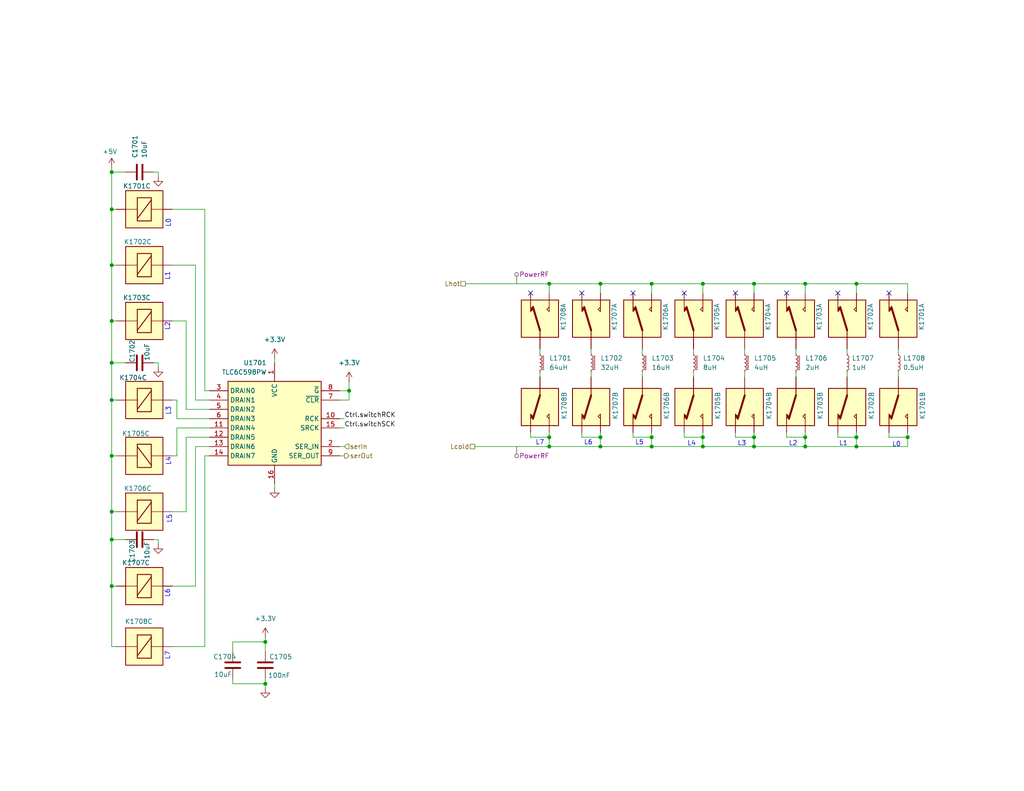
<source format=kicad_sch>
(kicad_sch (version 20250114) (generator "eeschema") (generator_version "9.0")
  (paper "USLetter")
  (title_block (company "WB7NAB") (comment 1 "Alan Mimms"))
  (lib_symbols
    (symbol "Device:C" (pin_numbers (hide yes)) (pin_names (offset 0.254))
      (property "Reference" "C" (at 0.635 2.54 0))
      (property "Value" "C" (at 0.635 -2.54 0))
      (symbol "C_1_1"
        (pin passive line (at 0 3.81 270) (length 2.794) (name "~") (number "1"))
        (pin passive line (at 0 -3.81 90) (length 2.794) (name "~") (number "2"))
      )
    )
    (symbol "Device:L_Ferrite_Small" (pin_numbers (hide yes)) (pin_names (offset 0.254) (hide yes))
      (property "Reference" "L" (at 1.27 1.016 0))
      (property "Value" "L_Ferrite_Small" (at 1.27 -1.27 0))
      (symbol "L_Ferrite_Small_1_1"
        (pin passive line (at 0 2.54 270) (length 0.508) (name "~") (number "1"))
        (pin passive line (at 0 -2.54 90) (length 0.508) (name "~") (number "2"))
      )
    )
    (symbol "Device:L_Small" (pin_numbers (hide yes)) (pin_names (offset 0.254) (hide yes))
      (property "Reference" "L" (at 0.762 1.016 0))
      (property "Value" "L_Small" (at 0.762 -1.016 0))
      (symbol "L_Small_1_1"
        (pin passive line (at 0 2.54 270) (length 0.508) (name "~") (number "1"))
        (pin passive line (at 0 -2.54 90) (length 0.508) (name "~") (number "2"))
      )
    )
    (symbol "Library:TLC6C598PW"
      (property "Reference" "U" (at 1.016 -11.43 0))
      (symbol "TLC6C598PW_1_1"
        (pin passive line (at -17.78 10.16 0) (length 5.08) (name "~{G}") (number "8"))
        (pin passive line (at -17.78 7.62 0) (length 5.08) (name "~{CLR}") (number "7"))
        (pin passive line (at -17.78 2.54 0) (length 5.08) (name "RCK") (number "10"))
        (pin passive line (at -17.78 0 0) (length 5.08) (name "SRCK") (number "15"))
        (pin passive line (at -17.78 -5.08 0) (length 5.08) (name "SER_IN") (number "2"))
        (pin passive line (at -17.78 -7.62 0) (length 5.08) (name "SER_OUT") (number "9"))
        (pin passive line (at 0 17.78 270) (length 5.08) (name "VCC") (number "1"))
        (pin passive line (at 0 -15.24 90) (length 5.08) (name "GND") (number "16"))
        (pin passive line (at 17.78 10.16 180) (length 5.08) (name "DRAIN0") (number "3"))
        (pin passive line (at 17.78 7.62 180) (length 5.08) (name "DRAIN1") (number "4"))
        (pin passive line (at 17.78 5.08 180) (length 5.08) (name "DRAIN2") (number "5"))
        (pin passive line (at 17.78 2.54 180) (length 5.08) (name "DRAIN3") (number "6"))
        (pin passive line (at 17.78 0 180) (length 5.08) (name "DRAIN4") (number "11"))
        (pin passive line (at 17.78 -2.54 180) (length 5.08) (name "DRAIN5") (number "12"))
        (pin passive line (at 17.78 -5.08 180) (length 5.08) (name "DRAIN6") (number "13"))
        (pin passive line (at 17.78 -7.62 180) (length 5.08) (name "DRAIN7") (number "14"))
      )
    )
    (symbol "TQ2-5V_1" (pin_numbers (hide yes)) (pin_names (hide yes))
      (property "Reference" "K" (at 6.35 2.794 0))
      (property "Value" "TQ2-5V" (at 9.398 0.762 0))
      (symbol "TQ2-5V_1_1_1"
        (pin passive line (at -2.54 7.62 270) (length 2.54) (name "NC1") (number "5"))
        (pin passive line (at -2.54 7.62 270) (length 2.54) (name "~") (number "6"))
        (pin passive line (at 0 -7.62 90) (length 2.54) (name "~") (number "16"))
        (pin passive line (at 0 -7.62 90) (length 2.54) (name "T1") (number "3"))
        (pin passive line (at 0 -7.62 90) (length 2.54) (name "~") (number "4"))
        (pin passive line (at 2.54 7.62 270) (length 2.54) (name "NO1") (number "4"))
        (pin passive line (at 2.54 7.62 270) (length 2.54) (name "~") (number "9"))
      )
      (symbol "TQ2-5V_1_2_1"
        (pin passive line (at -2.54 7.62 270) (length 2.54) (name "~") (number "6"))
        (pin passive line (at -2.54 7.62 270) (length 2.54) (name "NC2") (number "8"))
        (pin passive line (at 0 -7.62 90) (length 2.54) (name "~") (number "16"))
        (pin passive line (at 0 -7.62 90) (length 2.54) (name "~") (number "4"))
        (pin passive line (at 0 -7.62 90) (length 2.54) (name "T2") (number "6"))
        (pin passive line (at 2.54 7.62 270) (length 2.54) (name "NO2") (number "9"))
        (pin passive line (at 2.54 7.62 270) (length 2.54) (name "~") (number "9"))
      )
      (symbol "TQ2-5V_1_3_1"
        (pin passive line (at 0 7.62 270) (length 2.54) (name "C1") (number "9"))
        (pin passive line (at 0 -7.62 90) (length 2.54) (name "C2") (number "10"))
      )
    )
    (symbol "TQ2-5V_10" (pin_numbers (hide yes)) (pin_names (hide yes))
      (property "Reference" "K" (at 6.35 2.794 0))
      (property "Value" "TQ2-5V" (at 9.398 0.762 0))
      (symbol "TQ2-5V_10_1_1"
        (pin passive line (at -2.54 7.62 270) (length 2.54) (name "NC1") (number "5"))
        (pin passive line (at -2.54 7.62 270) (length 2.54) (name "~") (number "6"))
        (pin passive line (at 0 -7.62 90) (length 2.54) (name "~") (number "16"))
        (pin passive line (at 0 -7.62 90) (length 2.54) (name "T1") (number "3"))
        (pin passive line (at 0 -7.62 90) (length 2.54) (name "~") (number "4"))
        (pin passive line (at 2.54 7.62 270) (length 2.54) (name "NO1") (number "4"))
        (pin passive line (at 2.54 7.62 270) (length 2.54) (name "~") (number "9"))
      )
      (symbol "TQ2-5V_10_2_1"
        (pin passive line (at -2.54 7.62 270) (length 2.54) (name "~") (number "6"))
        (pin passive line (at -2.54 7.62 270) (length 2.54) (name "NC2") (number "8"))
        (pin passive line (at 0 -7.62 90) (length 2.54) (name "~") (number "16"))
        (pin passive line (at 0 -7.62 90) (length 2.54) (name "~") (number "4"))
        (pin passive line (at 0 -7.62 90) (length 2.54) (name "T2") (number "6"))
        (pin passive line (at 2.54 7.62 270) (length 2.54) (name "NO2") (number "9"))
        (pin passive line (at 2.54 7.62 270) (length 2.54) (name "~") (number "9"))
      )
      (symbol "TQ2-5V_10_3_1"
        (pin passive line (at 0 7.62 270) (length 2.54) (name "C1") (number "9"))
        (pin passive line (at 0 -7.62 90) (length 2.54) (name "C2") (number "10"))
      )
    )
    (symbol "TQ2-5V_11" (pin_numbers (hide yes)) (pin_names (hide yes))
      (property "Reference" "K" (at 6.35 2.794 0))
      (property "Value" "TQ2-5V" (at 9.398 0.762 0))
      (symbol "TQ2-5V_11_1_1"
        (pin passive line (at -2.54 7.62 270) (length 2.54) (name "NC1") (number "5"))
        (pin passive line (at -2.54 7.62 270) (length 2.54) (name "~") (number "6"))
        (pin passive line (at 0 -7.62 90) (length 2.54) (name "~") (number "16"))
        (pin passive line (at 0 -7.62 90) (length 2.54) (name "T1") (number "3"))
        (pin passive line (at 0 -7.62 90) (length 2.54) (name "~") (number "4"))
        (pin passive line (at 2.54 7.62 270) (length 2.54) (name "NO1") (number "4"))
        (pin passive line (at 2.54 7.62 270) (length 2.54) (name "~") (number "9"))
      )
      (symbol "TQ2-5V_11_2_1"
        (pin passive line (at -2.54 7.62 270) (length 2.54) (name "~") (number "6"))
        (pin passive line (at -2.54 7.62 270) (length 2.54) (name "NC2") (number "8"))
        (pin passive line (at 0 -7.62 90) (length 2.54) (name "~") (number "16"))
        (pin passive line (at 0 -7.62 90) (length 2.54) (name "~") (number "4"))
        (pin passive line (at 0 -7.62 90) (length 2.54) (name "T2") (number "6"))
        (pin passive line (at 2.54 7.62 270) (length 2.54) (name "NO2") (number "9"))
        (pin passive line (at 2.54 7.62 270) (length 2.54) (name "~") (number "9"))
      )
      (symbol "TQ2-5V_11_3_1"
        (pin passive line (at 0 7.62 270) (length 2.54) (name "C1") (number "9"))
        (pin passive line (at 0 -7.62 90) (length 2.54) (name "C2") (number "10"))
      )
    )
    (symbol "TQ2-5V_12" (pin_numbers (hide yes)) (pin_names (hide yes))
      (property "Reference" "K" (at 6.35 2.794 0))
      (property "Value" "TQ2-5V" (at 9.398 0.762 0))
      (symbol "TQ2-5V_12_1_1"
        (pin passive line (at -2.54 7.62 270) (length 2.54) (name "NC1") (number "5"))
        (pin passive line (at -2.54 7.62 270) (length 2.54) (name "~") (number "6"))
        (pin passive line (at 0 -7.62 90) (length 2.54) (name "~") (number "16"))
        (pin passive line (at 0 -7.62 90) (length 2.54) (name "T1") (number "3"))
        (pin passive line (at 0 -7.62 90) (length 2.54) (name "~") (number "4"))
        (pin passive line (at 2.54 7.62 270) (length 2.54) (name "NO1") (number "4"))
        (pin passive line (at 2.54 7.62 270) (length 2.54) (name "~") (number "9"))
      )
      (symbol "TQ2-5V_12_2_1"
        (pin passive line (at -2.54 7.62 270) (length 2.54) (name "~") (number "6"))
        (pin passive line (at -2.54 7.62 270) (length 2.54) (name "NC2") (number "8"))
        (pin passive line (at 0 -7.62 90) (length 2.54) (name "~") (number "16"))
        (pin passive line (at 0 -7.62 90) (length 2.54) (name "~") (number "4"))
        (pin passive line (at 0 -7.62 90) (length 2.54) (name "T2") (number "6"))
        (pin passive line (at 2.54 7.62 270) (length 2.54) (name "NO2") (number "9"))
        (pin passive line (at 2.54 7.62 270) (length 2.54) (name "~") (number "9"))
      )
      (symbol "TQ2-5V_12_3_1"
        (pin passive line (at 0 7.62 270) (length 2.54) (name "C1") (number "9"))
        (pin passive line (at 0 -7.62 90) (length 2.54) (name "C2") (number "10"))
      )
    )
    (symbol "TQ2-5V_13" (pin_numbers (hide yes)) (pin_names (hide yes))
      (property "Reference" "K" (at 6.35 2.794 0))
      (property "Value" "TQ2-5V" (at 9.398 0.762 0))
      (symbol "TQ2-5V_13_1_1"
        (pin passive line (at -2.54 7.62 270) (length 2.54) (name "NC1") (number "5"))
        (pin passive line (at -2.54 7.62 270) (length 2.54) (name "~") (number "6"))
        (pin passive line (at 0 -7.62 90) (length 2.54) (name "~") (number "16"))
        (pin passive line (at 0 -7.62 90) (length 2.54) (name "T1") (number "3"))
        (pin passive line (at 0 -7.62 90) (length 2.54) (name "~") (number "4"))
        (pin passive line (at 2.54 7.62 270) (length 2.54) (name "NO1") (number "4"))
        (pin passive line (at 2.54 7.62 270) (length 2.54) (name "~") (number "9"))
      )
      (symbol "TQ2-5V_13_2_1"
        (pin passive line (at -2.54 7.62 270) (length 2.54) (name "~") (number "6"))
        (pin passive line (at -2.54 7.62 270) (length 2.54) (name "NC2") (number "8"))
        (pin passive line (at 0 -7.62 90) (length 2.54) (name "~") (number "16"))
        (pin passive line (at 0 -7.62 90) (length 2.54) (name "~") (number "4"))
        (pin passive line (at 0 -7.62 90) (length 2.54) (name "T2") (number "6"))
        (pin passive line (at 2.54 7.62 270) (length 2.54) (name "NO2") (number "9"))
        (pin passive line (at 2.54 7.62 270) (length 2.54) (name "~") (number "9"))
      )
      (symbol "TQ2-5V_13_3_1"
        (pin passive line (at 0 7.62 270) (length 2.54) (name "C1") (number "9"))
        (pin passive line (at 0 -7.62 90) (length 2.54) (name "C2") (number "10"))
      )
    )
    (symbol "TQ2-5V_14" (pin_numbers (hide yes)) (pin_names (hide yes))
      (property "Reference" "K" (at 6.35 2.794 0))
      (property "Value" "TQ2-5V" (at 9.398 0.762 0))
      (symbol "TQ2-5V_14_1_1"
        (pin passive line (at -2.54 7.62 270) (length 2.54) (name "NC1") (number "5"))
        (pin passive line (at -2.54 7.62 270) (length 2.54) (name "~") (number "6"))
        (pin passive line (at 0 -7.62 90) (length 2.54) (name "~") (number "16"))
        (pin passive line (at 0 -7.62 90) (length 2.54) (name "T1") (number "3"))
        (pin passive line (at 0 -7.62 90) (length 2.54) (name "~") (number "4"))
        (pin passive line (at 2.54 7.62 270) (length 2.54) (name "NO1") (number "4"))
        (pin passive line (at 2.54 7.62 270) (length 2.54) (name "~") (number "9"))
      )
      (symbol "TQ2-5V_14_2_1"
        (pin passive line (at -2.54 7.62 270) (length 2.54) (name "~") (number "6"))
        (pin passive line (at -2.54 7.62 270) (length 2.54) (name "NC2") (number "8"))
        (pin passive line (at 0 -7.62 90) (length 2.54) (name "~") (number "16"))
        (pin passive line (at 0 -7.62 90) (length 2.54) (name "~") (number "4"))
        (pin passive line (at 0 -7.62 90) (length 2.54) (name "T2") (number "6"))
        (pin passive line (at 2.54 7.62 270) (length 2.54) (name "NO2") (number "9"))
        (pin passive line (at 2.54 7.62 270) (length 2.54) (name "~") (number "9"))
      )
      (symbol "TQ2-5V_14_3_1"
        (pin passive line (at 0 7.62 270) (length 2.54) (name "C1") (number "9"))
        (pin passive line (at 0 -7.62 90) (length 2.54) (name "C2") (number "10"))
      )
    )
    (symbol "TQ2-5V_15" (pin_numbers (hide yes)) (pin_names (hide yes))
      (property "Reference" "K" (at 6.35 2.794 0))
      (property "Value" "TQ2-5V" (at 9.398 0.762 0))
      (symbol "TQ2-5V_15_1_1"
        (pin passive line (at -2.54 7.62 270) (length 2.54) (name "NC1") (number "5"))
        (pin passive line (at -2.54 7.62 270) (length 2.54) (name "~") (number "6"))
        (pin passive line (at 0 -7.62 90) (length 2.54) (name "~") (number "16"))
        (pin passive line (at 0 -7.62 90) (length 2.54) (name "T1") (number "3"))
        (pin passive line (at 0 -7.62 90) (length 2.54) (name "~") (number "4"))
        (pin passive line (at 2.54 7.62 270) (length 2.54) (name "NO1") (number "4"))
        (pin passive line (at 2.54 7.62 270) (length 2.54) (name "~") (number "9"))
      )
      (symbol "TQ2-5V_15_2_1"
        (pin passive line (at -2.54 7.62 270) (length 2.54) (name "~") (number "6"))
        (pin passive line (at -2.54 7.62 270) (length 2.54) (name "NC2") (number "8"))
        (pin passive line (at 0 -7.62 90) (length 2.54) (name "~") (number "16"))
        (pin passive line (at 0 -7.62 90) (length 2.54) (name "~") (number "4"))
        (pin passive line (at 0 -7.62 90) (length 2.54) (name "T2") (number "6"))
        (pin passive line (at 2.54 7.62 270) (length 2.54) (name "NO2") (number "9"))
        (pin passive line (at 2.54 7.62 270) (length 2.54) (name "~") (number "9"))
      )
      (symbol "TQ2-5V_15_3_1"
        (pin passive line (at 0 7.62 270) (length 2.54) (name "C1") (number "9"))
        (pin passive line (at 0 -7.62 90) (length 2.54) (name "C2") (number "10"))
      )
    )
    (symbol "TQ2-5V_16" (pin_numbers (hide yes)) (pin_names (hide yes))
      (property "Reference" "K" (at 6.35 2.794 0))
      (property "Value" "TQ2-5V" (at 9.398 0.762 0))
      (symbol "TQ2-5V_16_1_1"
        (pin passive line (at -2.54 7.62 270) (length 2.54) (name "NC1") (number "5"))
        (pin passive line (at -2.54 7.62 270) (length 2.54) (name "~") (number "6"))
        (pin passive line (at 0 -7.62 90) (length 2.54) (name "~") (number "16"))
        (pin passive line (at 0 -7.62 90) (length 2.54) (name "T1") (number "3"))
        (pin passive line (at 0 -7.62 90) (length 2.54) (name "~") (number "4"))
        (pin passive line (at 2.54 7.62 270) (length 2.54) (name "NO1") (number "4"))
        (pin passive line (at 2.54 7.62 270) (length 2.54) (name "~") (number "9"))
      )
      (symbol "TQ2-5V_16_2_1"
        (pin passive line (at -2.54 7.62 270) (length 2.54) (name "~") (number "6"))
        (pin passive line (at -2.54 7.62 270) (length 2.54) (name "NC2") (number "8"))
        (pin passive line (at 0 -7.62 90) (length 2.54) (name "~") (number "16"))
        (pin passive line (at 0 -7.62 90) (length 2.54) (name "~") (number "4"))
        (pin passive line (at 0 -7.62 90) (length 2.54) (name "T2") (number "6"))
        (pin passive line (at 2.54 7.62 270) (length 2.54) (name "NO2") (number "9"))
        (pin passive line (at 2.54 7.62 270) (length 2.54) (name "~") (number "9"))
      )
      (symbol "TQ2-5V_16_3_1"
        (pin passive line (at 0 7.62 270) (length 2.54) (name "C1") (number "9"))
        (pin passive line (at 0 -7.62 90) (length 2.54) (name "C2") (number "10"))
      )
    )
    (symbol "TQ2-5V_2" (pin_numbers (hide yes)) (pin_names (hide yes))
      (property "Reference" "K" (at 6.35 2.794 0))
      (property "Value" "TQ2-5V" (at 9.398 0.762 0))
      (symbol "TQ2-5V_2_1_1"
        (pin passive line (at -2.54 7.62 270) (length 2.54) (name "NC1") (number "5"))
        (pin passive line (at -2.54 7.62 270) (length 2.54) (name "~") (number "6"))
        (pin passive line (at 0 -7.62 90) (length 2.54) (name "~") (number "16"))
        (pin passive line (at 0 -7.62 90) (length 2.54) (name "T1") (number "3"))
        (pin passive line (at 0 -7.62 90) (length 2.54) (name "~") (number "4"))
        (pin passive line (at 2.54 7.62 270) (length 2.54) (name "NO1") (number "4"))
        (pin passive line (at 2.54 7.62 270) (length 2.54) (name "~") (number "9"))
      )
      (symbol "TQ2-5V_2_2_1"
        (pin passive line (at -2.54 7.62 270) (length 2.54) (name "~") (number "6"))
        (pin passive line (at -2.54 7.62 270) (length 2.54) (name "NC2") (number "8"))
        (pin passive line (at 0 -7.62 90) (length 2.54) (name "~") (number "16"))
        (pin passive line (at 0 -7.62 90) (length 2.54) (name "~") (number "4"))
        (pin passive line (at 0 -7.62 90) (length 2.54) (name "T2") (number "6"))
        (pin passive line (at 2.54 7.62 270) (length 2.54) (name "NO2") (number "9"))
        (pin passive line (at 2.54 7.62 270) (length 2.54) (name "~") (number "9"))
      )
      (symbol "TQ2-5V_2_3_1"
        (pin passive line (at 0 7.62 270) (length 2.54) (name "C1") (number "9"))
        (pin passive line (at 0 -7.62 90) (length 2.54) (name "C2") (number "10"))
      )
    )
    (symbol "TQ2-5V_20" (pin_numbers (hide yes)) (pin_names (hide yes))
      (property "Reference" "K" (at 6.35 2.794 0))
      (property "Value" "TQ2-5V" (at 9.398 0.762 0))
      (symbol "TQ2-5V_20_1_1"
        (pin passive line (at -2.54 7.62 270) (length 2.54) (name "NC1") (number "5"))
        (pin passive line (at -2.54 7.62 270) (length 2.54) (name "~") (number "6"))
        (pin passive line (at 0 -7.62 90) (length 2.54) (name "~") (number "16"))
        (pin passive line (at 0 -7.62 90) (length 2.54) (name "T1") (number "3"))
        (pin passive line (at 0 -7.62 90) (length 2.54) (name "~") (number "4"))
        (pin passive line (at 2.54 7.62 270) (length 2.54) (name "NO1") (number "4"))
        (pin passive line (at 2.54 7.62 270) (length 2.54) (name "~") (number "9"))
      )
      (symbol "TQ2-5V_20_2_1"
        (pin passive line (at -2.54 7.62 270) (length 2.54) (name "~") (number "6"))
        (pin passive line (at -2.54 7.62 270) (length 2.54) (name "NC2") (number "8"))
        (pin passive line (at 0 -7.62 90) (length 2.54) (name "~") (number "16"))
        (pin passive line (at 0 -7.62 90) (length 2.54) (name "~") (number "4"))
        (pin passive line (at 0 -7.62 90) (length 2.54) (name "T2") (number "6"))
        (pin passive line (at 2.54 7.62 270) (length 2.54) (name "NO2") (number "9"))
        (pin passive line (at 2.54 7.62 270) (length 2.54) (name "~") (number "9"))
      )
      (symbol "TQ2-5V_20_3_1"
        (pin passive line (at 0 7.62 270) (length 2.54) (name "C1") (number "9"))
        (pin passive line (at 0 -7.62 90) (length 2.54) (name "C2") (number "10"))
      )
    )
    (symbol "TQ2-5V_21" (pin_numbers (hide yes)) (pin_names (hide yes))
      (property "Reference" "K" (at 6.35 2.794 0))
      (property "Value" "TQ2-5V" (at 9.398 0.762 0))
      (symbol "TQ2-5V_21_1_1"
        (pin passive line (at -2.54 7.62 270) (length 2.54) (name "NC1") (number "5"))
        (pin passive line (at -2.54 7.62 270) (length 2.54) (name "~") (number "6"))
        (pin passive line (at 0 -7.62 90) (length 2.54) (name "~") (number "16"))
        (pin passive line (at 0 -7.62 90) (length 2.54) (name "T1") (number "3"))
        (pin passive line (at 0 -7.62 90) (length 2.54) (name "~") (number "4"))
        (pin passive line (at 2.54 7.62 270) (length 2.54) (name "NO1") (number "4"))
        (pin passive line (at 2.54 7.62 270) (length 2.54) (name "~") (number "9"))
      )
      (symbol "TQ2-5V_21_2_1"
        (pin passive line (at -2.54 7.62 270) (length 2.54) (name "~") (number "6"))
        (pin passive line (at -2.54 7.62 270) (length 2.54) (name "NC2") (number "8"))
        (pin passive line (at 0 -7.62 90) (length 2.54) (name "~") (number "16"))
        (pin passive line (at 0 -7.62 90) (length 2.54) (name "~") (number "4"))
        (pin passive line (at 0 -7.62 90) (length 2.54) (name "T2") (number "6"))
        (pin passive line (at 2.54 7.62 270) (length 2.54) (name "NO2") (number "9"))
        (pin passive line (at 2.54 7.62 270) (length 2.54) (name "~") (number "9"))
      )
      (symbol "TQ2-5V_21_3_1"
        (pin passive line (at 0 7.62 270) (length 2.54) (name "C1") (number "9"))
        (pin passive line (at 0 -7.62 90) (length 2.54) (name "C2") (number "10"))
      )
    )
    (symbol "TQ2-5V_22" (pin_numbers (hide yes)) (pin_names (hide yes))
      (property "Reference" "K" (at 6.35 2.794 0))
      (property "Value" "TQ2-5V" (at 9.398 0.762 0))
      (symbol "TQ2-5V_22_1_1"
        (pin passive line (at -2.54 7.62 270) (length 2.54) (name "NC1") (number "5"))
        (pin passive line (at -2.54 7.62 270) (length 2.54) (name "~") (number "6"))
        (pin passive line (at 0 -7.62 90) (length 2.54) (name "~") (number "16"))
        (pin passive line (at 0 -7.62 90) (length 2.54) (name "T1") (number "3"))
        (pin passive line (at 0 -7.62 90) (length 2.54) (name "~") (number "4"))
        (pin passive line (at 2.54 7.62 270) (length 2.54) (name "NO1") (number "4"))
        (pin passive line (at 2.54 7.62 270) (length 2.54) (name "~") (number "9"))
      )
      (symbol "TQ2-5V_22_2_1"
        (pin passive line (at -2.54 7.62 270) (length 2.54) (name "~") (number "6"))
        (pin passive line (at -2.54 7.62 270) (length 2.54) (name "NC2") (number "8"))
        (pin passive line (at 0 -7.62 90) (length 2.54) (name "~") (number "16"))
        (pin passive line (at 0 -7.62 90) (length 2.54) (name "~") (number "4"))
        (pin passive line (at 0 -7.62 90) (length 2.54) (name "T2") (number "6"))
        (pin passive line (at 2.54 7.62 270) (length 2.54) (name "NO2") (number "9"))
        (pin passive line (at 2.54 7.62 270) (length 2.54) (name "~") (number "9"))
      )
      (symbol "TQ2-5V_22_3_1"
        (pin passive line (at 0 7.62 270) (length 2.54) (name "C1") (number "9"))
        (pin passive line (at 0 -7.62 90) (length 2.54) (name "C2") (number "10"))
      )
    )
    (symbol "TQ2-5V_23" (pin_numbers (hide yes)) (pin_names (hide yes))
      (property "Reference" "K" (at 6.35 2.794 0))
      (property "Value" "TQ2-5V" (at 9.398 0.762 0))
      (symbol "TQ2-5V_23_1_1"
        (pin passive line (at -2.54 7.62 270) (length 2.54) (name "NC1") (number "5"))
        (pin passive line (at -2.54 7.62 270) (length 2.54) (name "~") (number "6"))
        (pin passive line (at 0 -7.62 90) (length 2.54) (name "~") (number "16"))
        (pin passive line (at 0 -7.62 90) (length 2.54) (name "T1") (number "3"))
        (pin passive line (at 0 -7.62 90) (length 2.54) (name "~") (number "4"))
        (pin passive line (at 2.54 7.62 270) (length 2.54) (name "NO1") (number "4"))
        (pin passive line (at 2.54 7.62 270) (length 2.54) (name "~") (number "9"))
      )
      (symbol "TQ2-5V_23_2_1"
        (pin passive line (at -2.54 7.62 270) (length 2.54) (name "~") (number "6"))
        (pin passive line (at -2.54 7.62 270) (length 2.54) (name "NC2") (number "8"))
        (pin passive line (at 0 -7.62 90) (length 2.54) (name "~") (number "16"))
        (pin passive line (at 0 -7.62 90) (length 2.54) (name "~") (number "4"))
        (pin passive line (at 0 -7.62 90) (length 2.54) (name "T2") (number "6"))
        (pin passive line (at 2.54 7.62 270) (length 2.54) (name "NO2") (number "9"))
        (pin passive line (at 2.54 7.62 270) (length 2.54) (name "~") (number "9"))
      )
      (symbol "TQ2-5V_23_3_1"
        (pin passive line (at 0 7.62 270) (length 2.54) (name "C1") (number "9"))
        (pin passive line (at 0 -7.62 90) (length 2.54) (name "C2") (number "10"))
      )
    )
    (symbol "TQ2-5V_24" (pin_numbers (hide yes)) (pin_names (hide yes))
      (property "Reference" "K" (at 6.35 2.794 0))
      (property "Value" "TQ2-5V" (at 9.398 0.762 0))
      (symbol "TQ2-5V_24_1_1"
        (pin passive line (at -2.54 7.62 270) (length 2.54) (name "NC1") (number "5"))
        (pin passive line (at -2.54 7.62 270) (length 2.54) (name "~") (number "6"))
        (pin passive line (at 0 -7.62 90) (length 2.54) (name "~") (number "16"))
        (pin passive line (at 0 -7.62 90) (length 2.54) (name "T1") (number "3"))
        (pin passive line (at 0 -7.62 90) (length 2.54) (name "~") (number "4"))
        (pin passive line (at 2.54 7.62 270) (length 2.54) (name "NO1") (number "4"))
        (pin passive line (at 2.54 7.62 270) (length 2.54) (name "~") (number "9"))
      )
      (symbol "TQ2-5V_24_2_1"
        (pin passive line (at -2.54 7.62 270) (length 2.54) (name "~") (number "6"))
        (pin passive line (at -2.54 7.62 270) (length 2.54) (name "NC2") (number "8"))
        (pin passive line (at 0 -7.62 90) (length 2.54) (name "~") (number "16"))
        (pin passive line (at 0 -7.62 90) (length 2.54) (name "~") (number "4"))
        (pin passive line (at 0 -7.62 90) (length 2.54) (name "T2") (number "6"))
        (pin passive line (at 2.54 7.62 270) (length 2.54) (name "NO2") (number "9"))
        (pin passive line (at 2.54 7.62 270) (length 2.54) (name "~") (number "9"))
      )
      (symbol "TQ2-5V_24_3_1"
        (pin passive line (at 0 7.62 270) (length 2.54) (name "C1") (number "9"))
        (pin passive line (at 0 -7.62 90) (length 2.54) (name "C2") (number "10"))
      )
    )
    (symbol "TQ2-5V_25" (pin_numbers (hide yes)) (pin_names (hide yes))
      (property "Reference" "K" (at 6.35 2.794 0))
      (property "Value" "TQ2-5V" (at 9.398 0.762 0))
      (symbol "TQ2-5V_25_1_1"
        (pin passive line (at -2.54 7.62 270) (length 2.54) (name "NC1") (number "5"))
        (pin passive line (at -2.54 7.62 270) (length 2.54) (name "~") (number "6"))
        (pin passive line (at 0 -7.62 90) (length 2.54) (name "~") (number "16"))
        (pin passive line (at 0 -7.62 90) (length 2.54) (name "T1") (number "3"))
        (pin passive line (at 0 -7.62 90) (length 2.54) (name "~") (number "4"))
        (pin passive line (at 2.54 7.62 270) (length 2.54) (name "NO1") (number "4"))
        (pin passive line (at 2.54 7.62 270) (length 2.54) (name "~") (number "9"))
      )
      (symbol "TQ2-5V_25_2_1"
        (pin passive line (at -2.54 7.62 270) (length 2.54) (name "~") (number "6"))
        (pin passive line (at -2.54 7.62 270) (length 2.54) (name "NC2") (number "8"))
        (pin passive line (at 0 -7.62 90) (length 2.54) (name "~") (number "16"))
        (pin passive line (at 0 -7.62 90) (length 2.54) (name "~") (number "4"))
        (pin passive line (at 0 -7.62 90) (length 2.54) (name "T2") (number "6"))
        (pin passive line (at 2.54 7.62 270) (length 2.54) (name "NO2") (number "9"))
        (pin passive line (at 2.54 7.62 270) (length 2.54) (name "~") (number "9"))
      )
      (symbol "TQ2-5V_25_3_1"
        (pin passive line (at 0 7.62 270) (length 2.54) (name "C1") (number "9"))
        (pin passive line (at 0 -7.62 90) (length 2.54) (name "C2") (number "10"))
      )
    )
    (symbol "TQ2-5V_26" (pin_numbers (hide yes)) (pin_names (hide yes))
      (property "Reference" "K" (at 6.35 2.794 0))
      (property "Value" "TQ2-5V" (at 9.398 0.762 0))
      (symbol "TQ2-5V_26_1_1"
        (pin passive line (at -2.54 7.62 270) (length 2.54) (name "NC1") (number "5"))
        (pin passive line (at -2.54 7.62 270) (length 2.54) (name "~") (number "6"))
        (pin passive line (at 0 -7.62 90) (length 2.54) (name "~") (number "16"))
        (pin passive line (at 0 -7.62 90) (length 2.54) (name "T1") (number "3"))
        (pin passive line (at 0 -7.62 90) (length 2.54) (name "~") (number "4"))
        (pin passive line (at 2.54 7.62 270) (length 2.54) (name "NO1") (number "4"))
        (pin passive line (at 2.54 7.62 270) (length 2.54) (name "~") (number "9"))
      )
      (symbol "TQ2-5V_26_2_1"
        (pin passive line (at -2.54 7.62 270) (length 2.54) (name "~") (number "6"))
        (pin passive line (at -2.54 7.62 270) (length 2.54) (name "NC2") (number "8"))
        (pin passive line (at 0 -7.62 90) (length 2.54) (name "~") (number "16"))
        (pin passive line (at 0 -7.62 90) (length 2.54) (name "~") (number "4"))
        (pin passive line (at 0 -7.62 90) (length 2.54) (name "T2") (number "6"))
        (pin passive line (at 2.54 7.62 270) (length 2.54) (name "NO2") (number "9"))
        (pin passive line (at 2.54 7.62 270) (length 2.54) (name "~") (number "9"))
      )
      (symbol "TQ2-5V_26_3_1"
        (pin passive line (at 0 7.62 270) (length 2.54) (name "C1") (number "9"))
        (pin passive line (at 0 -7.62 90) (length 2.54) (name "C2") (number "10"))
      )
    )
    (symbol "TQ2-5V_27" (pin_numbers (hide yes)) (pin_names (hide yes))
      (property "Reference" "K" (at 6.35 2.794 0))
      (property "Value" "TQ2-5V" (at 9.398 0.762 0))
      (symbol "TQ2-5V_27_1_1"
        (pin passive line (at -2.54 7.62 270) (length 2.54) (name "NC1") (number "5"))
        (pin passive line (at -2.54 7.62 270) (length 2.54) (name "~") (number "6"))
        (pin passive line (at 0 -7.62 90) (length 2.54) (name "~") (number "16"))
        (pin passive line (at 0 -7.62 90) (length 2.54) (name "T1") (number "3"))
        (pin passive line (at 0 -7.62 90) (length 2.54) (name "~") (number "4"))
        (pin passive line (at 2.54 7.62 270) (length 2.54) (name "NO1") (number "4"))
        (pin passive line (at 2.54 7.62 270) (length 2.54) (name "~") (number "9"))
      )
      (symbol "TQ2-5V_27_2_1"
        (pin passive line (at -2.54 7.62 270) (length 2.54) (name "~") (number "6"))
        (pin passive line (at -2.54 7.62 270) (length 2.54) (name "NC2") (number "8"))
        (pin passive line (at 0 -7.62 90) (length 2.54) (name "~") (number "16"))
        (pin passive line (at 0 -7.62 90) (length 2.54) (name "~") (number "4"))
        (pin passive line (at 0 -7.62 90) (length 2.54) (name "T2") (number "6"))
        (pin passive line (at 2.54 7.62 270) (length 2.54) (name "NO2") (number "9"))
        (pin passive line (at 2.54 7.62 270) (length 2.54) (name "~") (number "9"))
      )
      (symbol "TQ2-5V_27_3_1"
        (pin passive line (at 0 7.62 270) (length 2.54) (name "C1") (number "9"))
        (pin passive line (at 0 -7.62 90) (length 2.54) (name "C2") (number "10"))
      )
    )
    (symbol "TQ2-5V_3" (pin_numbers (hide yes)) (pin_names (hide yes))
      (property "Reference" "K" (at 6.35 2.794 0))
      (property "Value" "TQ2-5V" (at 9.398 0.762 0))
      (symbol "TQ2-5V_3_1_1"
        (pin passive line (at -2.54 7.62 270) (length 2.54) (name "NC1") (number "5"))
        (pin passive line (at -2.54 7.62 270) (length 2.54) (name "~") (number "6"))
        (pin passive line (at 0 -7.62 90) (length 2.54) (name "~") (number "16"))
        (pin passive line (at 0 -7.62 90) (length 2.54) (name "T1") (number "3"))
        (pin passive line (at 0 -7.62 90) (length 2.54) (name "~") (number "4"))
        (pin passive line (at 2.54 7.62 270) (length 2.54) (name "NO1") (number "4"))
        (pin passive line (at 2.54 7.62 270) (length 2.54) (name "~") (number "9"))
      )
      (symbol "TQ2-5V_3_2_1"
        (pin passive line (at -2.54 7.62 270) (length 2.54) (name "~") (number "6"))
        (pin passive line (at -2.54 7.62 270) (length 2.54) (name "NC2") (number "8"))
        (pin passive line (at 0 -7.62 90) (length 2.54) (name "~") (number "16"))
        (pin passive line (at 0 -7.62 90) (length 2.54) (name "~") (number "4"))
        (pin passive line (at 0 -7.62 90) (length 2.54) (name "T2") (number "6"))
        (pin passive line (at 2.54 7.62 270) (length 2.54) (name "NO2") (number "9"))
        (pin passive line (at 2.54 7.62 270) (length 2.54) (name "~") (number "9"))
      )
      (symbol "TQ2-5V_3_3_1"
        (pin passive line (at 0 7.62 270) (length 2.54) (name "C1") (number "9"))
        (pin passive line (at 0 -7.62 90) (length 2.54) (name "C2") (number "10"))
      )
    )
    (symbol "TQ2-5V_4" (pin_numbers (hide yes)) (pin_names (hide yes))
      (property "Reference" "K" (at 6.35 2.794 0))
      (property "Value" "TQ2-5V" (at 9.398 0.762 0))
      (symbol "TQ2-5V_4_1_1"
        (pin passive line (at -2.54 7.62 270) (length 2.54) (name "NC1") (number "5"))
        (pin passive line (at -2.54 7.62 270) (length 2.54) (name "~") (number "6"))
        (pin passive line (at 0 -7.62 90) (length 2.54) (name "~") (number "16"))
        (pin passive line (at 0 -7.62 90) (length 2.54) (name "T1") (number "3"))
        (pin passive line (at 0 -7.62 90) (length 2.54) (name "~") (number "4"))
        (pin passive line (at 2.54 7.62 270) (length 2.54) (name "NO1") (number "4"))
        (pin passive line (at 2.54 7.62 270) (length 2.54) (name "~") (number "9"))
      )
      (symbol "TQ2-5V_4_2_1"
        (pin passive line (at -2.54 7.62 270) (length 2.54) (name "~") (number "6"))
        (pin passive line (at -2.54 7.62 270) (length 2.54) (name "NC2") (number "8"))
        (pin passive line (at 0 -7.62 90) (length 2.54) (name "~") (number "16"))
        (pin passive line (at 0 -7.62 90) (length 2.54) (name "~") (number "4"))
        (pin passive line (at 0 -7.62 90) (length 2.54) (name "T2") (number "6"))
        (pin passive line (at 2.54 7.62 270) (length 2.54) (name "NO2") (number "9"))
        (pin passive line (at 2.54 7.62 270) (length 2.54) (name "~") (number "9"))
      )
      (symbol "TQ2-5V_4_3_1"
        (pin passive line (at 0 7.62 270) (length 2.54) (name "C1") (number "9"))
        (pin passive line (at 0 -7.62 90) (length 2.54) (name "C2") (number "10"))
      )
    )
    (symbol "TQ2-5V_5" (pin_numbers (hide yes)) (pin_names (hide yes))
      (property "Reference" "K" (at 6.35 2.794 0))
      (property "Value" "TQ2-5V" (at 9.398 0.762 0))
      (symbol "TQ2-5V_5_1_1"
        (pin passive line (at -2.54 7.62 270) (length 2.54) (name "NC1") (number "5"))
        (pin passive line (at -2.54 7.62 270) (length 2.54) (name "~") (number "6"))
        (pin passive line (at 0 -7.62 90) (length 2.54) (name "~") (number "16"))
        (pin passive line (at 0 -7.62 90) (length 2.54) (name "T1") (number "3"))
        (pin passive line (at 0 -7.62 90) (length 2.54) (name "~") (number "4"))
        (pin passive line (at 2.54 7.62 270) (length 2.54) (name "NO1") (number "4"))
        (pin passive line (at 2.54 7.62 270) (length 2.54) (name "~") (number "9"))
      )
      (symbol "TQ2-5V_5_2_1"
        (pin passive line (at -2.54 7.62 270) (length 2.54) (name "~") (number "6"))
        (pin passive line (at -2.54 7.62 270) (length 2.54) (name "NC2") (number "8"))
        (pin passive line (at 0 -7.62 90) (length 2.54) (name "~") (number "16"))
        (pin passive line (at 0 -7.62 90) (length 2.54) (name "~") (number "4"))
        (pin passive line (at 0 -7.62 90) (length 2.54) (name "T2") (number "6"))
        (pin passive line (at 2.54 7.62 270) (length 2.54) (name "NO2") (number "9"))
        (pin passive line (at 2.54 7.62 270) (length 2.54) (name "~") (number "9"))
      )
      (symbol "TQ2-5V_5_3_1"
        (pin passive line (at 0 7.62 270) (length 2.54) (name "C1") (number "9"))
        (pin passive line (at 0 -7.62 90) (length 2.54) (name "C2") (number "10"))
      )
    )
    (symbol "TQ2-5V_6" (pin_numbers (hide yes)) (pin_names (hide yes))
      (property "Reference" "K" (at 6.35 2.794 0))
      (property "Value" "TQ2-5V" (at 9.398 0.762 0))
      (symbol "TQ2-5V_6_1_1"
        (pin passive line (at -2.54 7.62 270) (length 2.54) (name "NC1") (number "5"))
        (pin passive line (at -2.54 7.62 270) (length 2.54) (name "~") (number "6"))
        (pin passive line (at 0 -7.62 90) (length 2.54) (name "~") (number "16"))
        (pin passive line (at 0 -7.62 90) (length 2.54) (name "T1") (number "3"))
        (pin passive line (at 0 -7.62 90) (length 2.54) (name "~") (number "4"))
        (pin passive line (at 2.54 7.62 270) (length 2.54) (name "NO1") (number "4"))
        (pin passive line (at 2.54 7.62 270) (length 2.54) (name "~") (number "9"))
      )
      (symbol "TQ2-5V_6_2_1"
        (pin passive line (at -2.54 7.62 270) (length 2.54) (name "~") (number "6"))
        (pin passive line (at -2.54 7.62 270) (length 2.54) (name "NC2") (number "8"))
        (pin passive line (at 0 -7.62 90) (length 2.54) (name "~") (number "16"))
        (pin passive line (at 0 -7.62 90) (length 2.54) (name "~") (number "4"))
        (pin passive line (at 0 -7.62 90) (length 2.54) (name "T2") (number "6"))
        (pin passive line (at 2.54 7.62 270) (length 2.54) (name "NO2") (number "9"))
        (pin passive line (at 2.54 7.62 270) (length 2.54) (name "~") (number "9"))
      )
      (symbol "TQ2-5V_6_3_1"
        (pin passive line (at 0 7.62 270) (length 2.54) (name "C1") (number "9"))
        (pin passive line (at 0 -7.62 90) (length 2.54) (name "C2") (number "10"))
      )
    )
    (symbol "TQ2-5V_7" (pin_numbers (hide yes)) (pin_names (hide yes))
      (property "Reference" "K" (at 6.35 2.794 0))
      (property "Value" "TQ2-5V" (at 9.398 0.762 0))
      (symbol "TQ2-5V_7_1_1"
        (pin passive line (at -2.54 7.62 270) (length 2.54) (name "NC1") (number "5"))
        (pin passive line (at -2.54 7.62 270) (length 2.54) (name "~") (number "6"))
        (pin passive line (at 0 -7.62 90) (length 2.54) (name "~") (number "16"))
        (pin passive line (at 0 -7.62 90) (length 2.54) (name "T1") (number "3"))
        (pin passive line (at 0 -7.62 90) (length 2.54) (name "~") (number "4"))
        (pin passive line (at 2.54 7.62 270) (length 2.54) (name "NO1") (number "4"))
        (pin passive line (at 2.54 7.62 270) (length 2.54) (name "~") (number "9"))
      )
      (symbol "TQ2-5V_7_2_1"
        (pin passive line (at -2.54 7.62 270) (length 2.54) (name "~") (number "6"))
        (pin passive line (at -2.54 7.62 270) (length 2.54) (name "NC2") (number "8"))
        (pin passive line (at 0 -7.62 90) (length 2.54) (name "~") (number "16"))
        (pin passive line (at 0 -7.62 90) (length 2.54) (name "~") (number "4"))
        (pin passive line (at 0 -7.62 90) (length 2.54) (name "T2") (number "6"))
        (pin passive line (at 2.54 7.62 270) (length 2.54) (name "NO2") (number "9"))
        (pin passive line (at 2.54 7.62 270) (length 2.54) (name "~") (number "9"))
      )
      (symbol "TQ2-5V_7_3_1"
        (pin passive line (at 0 7.62 270) (length 2.54) (name "C1") (number "9"))
        (pin passive line (at 0 -7.62 90) (length 2.54) (name "C2") (number "10"))
      )
    )
    (symbol "TQ2-5V_8" (pin_numbers (hide yes)) (pin_names (hide yes))
      (property "Reference" "K" (at 6.35 2.794 0))
      (property "Value" "TQ2-5V" (at 9.398 0.762 0))
      (symbol "TQ2-5V_8_1_1"
        (pin passive line (at -2.54 7.62 270) (length 2.54) (name "NC1") (number "5"))
        (pin passive line (at -2.54 7.62 270) (length 2.54) (name "~") (number "6"))
        (pin passive line (at 0 -7.62 90) (length 2.54) (name "~") (number "16"))
        (pin passive line (at 0 -7.62 90) (length 2.54) (name "T1") (number "3"))
        (pin passive line (at 0 -7.62 90) (length 2.54) (name "~") (number "4"))
        (pin passive line (at 2.54 7.62 270) (length 2.54) (name "NO1") (number "4"))
        (pin passive line (at 2.54 7.62 270) (length 2.54) (name "~") (number "9"))
      )
      (symbol "TQ2-5V_8_2_1"
        (pin passive line (at -2.54 7.62 270) (length 2.54) (name "~") (number "6"))
        (pin passive line (at -2.54 7.62 270) (length 2.54) (name "NC2") (number "8"))
        (pin passive line (at 0 -7.62 90) (length 2.54) (name "~") (number "16"))
        (pin passive line (at 0 -7.62 90) (length 2.54) (name "~") (number "4"))
        (pin passive line (at 0 -7.62 90) (length 2.54) (name "T2") (number "6"))
        (pin passive line (at 2.54 7.62 270) (length 2.54) (name "NO2") (number "9"))
        (pin passive line (at 2.54 7.62 270) (length 2.54) (name "~") (number "9"))
      )
      (symbol "TQ2-5V_8_3_1"
        (pin passive line (at 0 7.62 270) (length 2.54) (name "C1") (number "9"))
        (pin passive line (at 0 -7.62 90) (length 2.54) (name "C2") (number "10"))
      )
    )
    (symbol "TQ2-5V_9" (pin_numbers (hide yes)) (pin_names (hide yes))
      (property "Reference" "K" (at 6.35 2.794 0))
      (property "Value" "TQ2-5V" (at 9.398 0.762 0))
      (symbol "TQ2-5V_9_1_1"
        (pin passive line (at -2.54 7.62 270) (length 2.54) (name "NC1") (number "5"))
        (pin passive line (at -2.54 7.62 270) (length 2.54) (name "~") (number "6"))
        (pin passive line (at 0 -7.62 90) (length 2.54) (name "~") (number "16"))
        (pin passive line (at 0 -7.62 90) (length 2.54) (name "T1") (number "3"))
        (pin passive line (at 0 -7.62 90) (length 2.54) (name "~") (number "4"))
        (pin passive line (at 2.54 7.62 270) (length 2.54) (name "NO1") (number "4"))
        (pin passive line (at 2.54 7.62 270) (length 2.54) (name "~") (number "9"))
      )
      (symbol "TQ2-5V_9_2_1"
        (pin passive line (at -2.54 7.62 270) (length 2.54) (name "~") (number "6"))
        (pin passive line (at -2.54 7.62 270) (length 2.54) (name "NC2") (number "8"))
        (pin passive line (at 0 -7.62 90) (length 2.54) (name "~") (number "16"))
        (pin passive line (at 0 -7.62 90) (length 2.54) (name "~") (number "4"))
        (pin passive line (at 0 -7.62 90) (length 2.54) (name "T2") (number "6"))
        (pin passive line (at 2.54 7.62 270) (length 2.54) (name "NO2") (number "9"))
        (pin passive line (at 2.54 7.62 270) (length 2.54) (name "~") (number "9"))
      )
      (symbol "TQ2-5V_9_3_1"
        (pin passive line (at 0 7.62 270) (length 2.54) (name "C1") (number "9"))
        (pin passive line (at 0 -7.62 90) (length 2.54) (name "C2") (number "10"))
      )
    )
    (symbol "power:+5V" (power) (pin_numbers (hide yes)) (pin_names (offset 0) (hide yes))
      (property "Value" "+5V" (at 0 3.556 0))
      (symbol "+5V_1_1"
        (pin power_in line (at 0 0 90) (length 0) (name "~") (number "1"))
      )
    )
    (symbol "power:GND" (power) (pin_numbers (hide yes)) (pin_names (offset 0) (hide yes))
      (property "Value" "GND" (at 0 -3.81 0))
      (symbol "GND_1_1"
        (pin power_in line (at 0 0 270) (length 0) (name "~") (number "1"))
      )
    )
  )
  (text "L1" (at 45.72 75.438 90) (effects (font (size 1.27 1.27))))
  (text "L5" (at 174.498 120.904 0) (effects (font (size 1.27 1.27))))
  (text "L4" (at 45.974 125.984 90) (effects (font (size 1.27 1.27))))
  (text "L3" (at 202.438 121.158 0) (effects (font (size 1.27 1.27))))
  (text "L7" (at 147.32 120.904 0) (effects (font (size 1.27 1.27))))
  (text "L0" (at 45.974 60.96 90) (effects (font (size 1.27 1.27))))
  (text "L2" (at 45.72 89.154 90) (effects (font (size 1.27 1.27))))
  (text "L7" (at 45.72 179.07 90) (effects (font (size 1.27 1.27))))
  (text "L6" (at 160.528 120.904 0) (effects (font (size 1.27 1.27))))
  (text "L3" (at 45.974 112.268 90) (effects (font (size 1.27 1.27))))
  (text "L0" (at 244.602 121.412 0) (effects (font (size 1.27 1.27))))
  (text "L6" (at 45.72 162.052 90) (effects (font (size 1.27 1.27))))
  (text "L2" (at 216.408 121.158 0) (effects (font (size 1.27 1.27))))
  (text "L1" (at 230.124 121.158 0) (effects (font (size 1.27 1.27))))
  (text "L4" (at 188.722 121.158 0) (effects (font (size 1.27 1.27))))
  (text "L5" (at 46.228 141.732 90) (effects (font (size 1.27 1.27))))
  (junction (at 30.48 87.63))
  (junction (at 177.8 119.38))
  (junction (at 30.48 147.32))
  (junction (at 72.39 175.26))
  (junction (at 30.48 109.22))
  (junction (at 149.86 121.92))
  (junction (at 30.48 46.99))
  (junction (at 191.77 119.38))
  (junction (at 177.8 121.92))
  (junction (at 95.25 106.68))
  (junction (at 247.65 119.38))
  (junction (at 30.48 99.06))
  (junction (at 219.71 121.92))
  (junction (at 30.48 72.39))
  (junction (at 205.74 119.38))
  (junction (at 205.74 121.92))
  (junction (at 30.48 57.15))
  (junction (at 30.48 139.7))
  (junction (at 233.68 121.92))
  (junction (at 163.83 119.38))
  (junction (at 177.8 77.47))
  (junction (at 219.71 77.47))
  (junction (at 191.77 121.92))
  (junction (at 163.83 77.47))
  (junction (at 233.68 119.38))
  (junction (at 163.83 121.92))
  (junction (at 205.74 77.47))
  (junction (at 149.86 77.47))
  (junction (at 30.48 160.02))
  (junction (at 30.48 124.46))
  (junction (at 191.77 77.47))
  (junction (at 233.68 77.47))
  (junction (at 219.71 119.38))
  (junction (at 72.39 186.69))
  (junction (at 149.86 119.38))
  (no_connect (at 186.69 80.01))
  (no_connect (at 158.75 80.01))
  (no_connect (at 144.78 80.01))
  (no_connect (at 172.72 80.01))
  (no_connect (at 242.57 80.01))
  (no_connect (at 214.63 80.01))
  (no_connect (at 200.66 80.01))
  (no_connect (at 228.6 80.01))
  (wire (pts (xy 63.5 185.42) (xy 63.5 186.69)))
  (wire (pts (xy 95.25 106.68) (xy 92.71 106.68)))
  (wire (pts (xy 30.48 147.32) (xy 34.29 147.32)))
  (wire (pts (xy 74.93 97.79) (xy 74.93 99.06)))
  (wire (pts (xy 147.32 95.25) (xy 147.32 96.52)))
  (wire (pts (xy 72.39 173.99) (xy 72.39 175.26)))
  (wire (pts (xy 231.14 95.25) (xy 231.14 96.52)))
  (wire (pts (xy 231.14 101.6) (xy 231.14 102.87)))
  (wire (pts (xy 63.5 175.26) (xy 63.5 177.8)))
  (wire (pts (xy 219.71 119.38) (xy 219.71 121.92)))
  (wire (pts (xy 245.11 101.6) (xy 245.11 102.87)))
  (wire (pts (xy 161.29 95.25) (xy 161.29 96.52)))
  (wire (pts (xy 177.8 77.47) (xy 191.77 77.47)))
  (wire (pts (xy 50.8 87.63) (xy 46.99 87.63)))
  (wire (pts (xy 55.88 57.15) (xy 55.88 106.68)))
  (wire (pts (xy 41.91 99.06) (xy 43.18 99.06)))
  (wire (pts (xy 186.69 119.38) (xy 191.77 119.38)))
  (wire (pts (xy 233.68 119.38) (xy 233.68 121.92)))
  (wire (pts (xy 129.54 121.92) (xy 149.86 121.92)))
  (wire (pts (xy 163.83 77.47) (xy 163.83 80.01)))
  (wire (pts (xy 177.8 121.92) (xy 191.77 121.92)))
  (wire (pts (xy 34.29 46.99) (xy 30.48 46.99)))
  (wire (pts (xy 177.8 118.11) (xy 177.8 119.38)))
  (wire (pts (xy 242.57 119.38) (xy 247.65 119.38)))
  (wire (pts (xy 163.83 118.11) (xy 163.83 119.38)))
  (wire (pts (xy 205.74 77.47) (xy 219.71 77.47)))
  (wire (pts (xy 72.39 185.42) (xy 72.39 186.69)))
  (wire (pts (xy 247.65 118.11) (xy 247.65 119.38)))
  (wire (pts (xy 163.83 121.92) (xy 177.8 121.92)))
  (wire (pts (xy 191.77 121.92) (xy 205.74 121.92)))
  (wire (pts (xy 53.34 109.22) (xy 57.15 109.22)))
  (wire (pts (xy 74.93 132.08) (xy 74.93 133.35)))
  (wire (pts (xy 31.75 176.53) (xy 30.48 176.53)))
  (wire (pts (xy 30.48 87.63) (xy 31.75 87.63)))
  (wire (pts (xy 205.74 119.38) (xy 205.74 121.92)))
  (wire (pts (xy 191.77 118.11) (xy 191.77 119.38)))
  (wire (pts (xy 93.98 116.84) (xy 92.71 116.84)))
  (wire (pts (xy 175.26 101.6) (xy 175.26 102.87)))
  (wire (pts (xy 30.48 57.15) (xy 31.75 57.15)))
  (wire (pts (xy 247.65 77.47) (xy 247.65 80.01)))
  (wire (pts (xy 149.86 119.38) (xy 149.86 121.92)))
  (wire (pts (xy 191.77 119.38) (xy 191.77 121.92)))
  (wire (pts (xy 93.98 114.3) (xy 92.71 114.3)))
  (wire (pts (xy 30.48 147.32) (xy 30.48 160.02)))
  (wire (pts (xy 219.71 118.11) (xy 219.71 119.38)))
  (wire (pts (xy 147.32 101.6) (xy 147.32 102.87)))
  (wire (pts (xy 30.48 109.22) (xy 31.75 109.22)))
  (wire (pts (xy 158.75 118.11) (xy 158.75 119.38)))
  (wire (pts (xy 217.17 101.6) (xy 217.17 102.87)))
  (wire (pts (xy 48.26 109.22) (xy 46.99 109.22)))
  (wire (pts (xy 30.48 45.72) (xy 30.48 46.99)))
  (wire (pts (xy 31.75 139.7) (xy 30.48 139.7)))
  (wire (pts (xy 50.8 87.63) (xy 50.8 111.76)))
  (wire (pts (xy 233.68 118.11) (xy 233.68 119.38)))
  (wire (pts (xy 158.75 119.38) (xy 163.83 119.38)))
  (wire (pts (xy 163.83 77.47) (xy 177.8 77.47)))
  (wire (pts (xy 30.48 109.22) (xy 30.48 99.06)))
  (wire (pts (xy 228.6 119.38) (xy 233.68 119.38)))
  (wire (pts (xy 30.48 72.39) (xy 31.75 72.39)))
  (wire (pts (xy 191.77 77.47) (xy 191.77 80.01)))
  (wire (pts (xy 205.74 77.47) (xy 205.74 80.01)))
  (wire (pts (xy 30.48 139.7) (xy 30.48 124.46)))
  (wire (pts (xy 205.74 118.11) (xy 205.74 119.38)))
  (wire (pts (xy 203.2 95.25) (xy 203.2 96.52)))
  (wire (pts (xy 53.34 72.39) (xy 53.34 109.22)))
  (wire (pts (xy 95.25 106.68) (xy 95.25 109.22)))
  (wire (pts (xy 50.8 119.38) (xy 57.15 119.38)))
  (wire (pts (xy 30.48 109.22) (xy 30.48 124.46)))
  (wire (pts (xy 43.18 99.06) (xy 43.18 100.33)))
  (wire (pts (xy 144.78 119.38) (xy 149.86 119.38)))
  (wire (pts (xy 41.91 147.32) (xy 43.18 147.32)))
  (wire (pts (xy 48.26 124.46) (xy 48.26 116.84)))
  (wire (pts (xy 172.72 118.11) (xy 172.72 119.38)))
  (wire (pts (xy 55.88 124.46) (xy 57.15 124.46)))
  (wire (pts (xy 53.34 72.39) (xy 46.99 72.39)))
  (wire (pts (xy 55.88 57.15) (xy 46.99 57.15)))
  (wire (pts (xy 200.66 119.38) (xy 205.74 119.38)))
  (wire (pts (xy 200.66 118.11) (xy 200.66 119.38)))
  (wire (pts (xy 30.48 139.7) (xy 30.48 147.32)))
  (wire (pts (xy 63.5 175.26) (xy 72.39 175.26)))
  (wire (pts (xy 30.48 124.46) (xy 31.75 124.46)))
  (wire (pts (xy 217.17 95.25) (xy 217.17 96.52)))
  (wire (pts (xy 177.8 77.47) (xy 177.8 80.01)))
  (wire (pts (xy 189.23 101.6) (xy 189.23 102.87)))
  (wire (pts (xy 30.48 72.39) (xy 30.48 57.15)))
  (wire (pts (xy 43.18 46.99) (xy 43.18 48.26)))
  (wire (pts (xy 149.86 77.47) (xy 149.86 80.01)))
  (wire (pts (xy 205.74 121.92) (xy 219.71 121.92)))
  (wire (pts (xy 233.68 77.47) (xy 233.68 80.01)))
  (wire (pts (xy 50.8 139.7) (xy 50.8 119.38)))
  (wire (pts (xy 30.48 99.06) (xy 34.29 99.06)))
  (wire (pts (xy 214.63 119.38) (xy 219.71 119.38)))
  (wire (pts (xy 95.25 104.14) (xy 95.25 106.68)))
  (wire (pts (xy 233.68 77.47) (xy 247.65 77.47)))
  (wire (pts (xy 43.18 147.32) (xy 43.18 148.59)))
  (wire (pts (xy 48.26 116.84) (xy 57.15 116.84)))
  (wire (pts (xy 189.23 95.25) (xy 189.23 96.52)))
  (wire (pts (xy 92.71 124.46) (xy 93.98 124.46)))
  (wire (pts (xy 55.88 176.53) (xy 55.88 124.46)))
  (wire (pts (xy 127 77.47) (xy 149.86 77.47)))
  (wire (pts (xy 72.39 175.26) (xy 72.39 177.8)))
  (wire (pts (xy 30.48 160.02) (xy 30.48 176.53)))
  (wire (pts (xy 177.8 119.38) (xy 177.8 121.92)))
  (wire (pts (xy 55.88 106.68) (xy 57.15 106.68)))
  (wire (pts (xy 219.71 77.47) (xy 233.68 77.47)))
  (wire (pts (xy 48.26 114.3) (xy 57.15 114.3)))
  (wire (pts (xy 228.6 118.11) (xy 228.6 119.38)))
  (wire (pts (xy 163.83 119.38) (xy 163.83 121.92)))
  (wire (pts (xy 41.91 46.99) (xy 43.18 46.99)))
  (wire (pts (xy 92.71 121.92) (xy 93.98 121.92)))
  (wire (pts (xy 203.2 101.6) (xy 203.2 102.87)))
  (wire (pts (xy 219.71 77.47) (xy 219.71 80.01)))
  (wire (pts (xy 30.48 46.99) (xy 30.48 57.15)))
  (wire (pts (xy 149.86 121.92) (xy 163.83 121.92)))
  (wire (pts (xy 186.69 118.11) (xy 186.69 119.38)))
  (wire (pts (xy 161.29 101.6) (xy 161.29 102.87)))
  (wire (pts (xy 245.11 95.25) (xy 245.11 96.52)))
  (wire (pts (xy 214.63 118.11) (xy 214.63 119.38)))
  (wire (pts (xy 149.86 77.47) (xy 163.83 77.47)))
  (wire (pts (xy 175.26 95.25) (xy 175.26 96.52)))
  (wire (pts (xy 30.48 87.63) (xy 30.48 72.39)))
  (wire (pts (xy 30.48 99.06) (xy 30.48 87.63)))
  (wire (pts (xy 30.48 160.02) (xy 31.75 160.02)))
  (wire (pts (xy 95.25 109.22) (xy 92.71 109.22)))
  (wire (pts (xy 172.72 119.38) (xy 177.8 119.38)))
  (wire (pts (xy 53.34 160.02) (xy 46.99 160.02)))
  (wire (pts (xy 72.39 186.69) (xy 72.39 187.96)))
  (wire (pts (xy 63.5 186.69) (xy 72.39 186.69)))
  (wire (pts (xy 191.77 77.47) (xy 205.74 77.47)))
  (wire (pts (xy 149.86 118.11) (xy 149.86 119.38)))
  (wire (pts (xy 233.68 121.92) (xy 247.65 121.92)))
  (wire (pts (xy 219.71 121.92) (xy 233.68 121.92)))
  (wire (pts (xy 50.8 139.7) (xy 46.99 139.7)))
  (wire (pts (xy 247.65 119.38) (xy 247.65 121.92)))
  (wire (pts (xy 242.57 118.11) (xy 242.57 119.38)))
  (wire (pts (xy 55.88 176.53) (xy 46.99 176.53)))
  (wire (pts (xy 144.78 118.11) (xy 144.78 119.38)))
  (wire (pts (xy 57.15 121.92) (xy 53.34 121.92)))
  (wire (pts (xy 53.34 121.92) (xy 53.34 160.02)))
  (wire (pts (xy 50.8 111.76) (xy 57.15 111.76)))
  (wire (pts (xy 48.26 109.22) (xy 48.26 114.3)))
  (wire (pts (xy 48.26 124.46) (xy 46.99 124.46)))
  (label "Ctrl.switchRCK" (at 93.98 114.3 0))
  (label "Ctrl.switchSCK" (at 93.98 116.84 0))
  (hierarchical_label "Lhot" (shape passive) (at 127 77.47 180))
  (hierarchical_label "Lcold" (shape passive) (at 129.54 121.92 180))
  (hierarchical_label "serOut" (shape output) (at 93.98 124.46 0))
  (hierarchical_label "serIn" (shape input) (at 93.98 121.92 0))
  (netclass_flag "" (length 2.54) (shape round) (at 140.97 121.92 180) (property "Netclass" "PowerRF" (at 141.6685 124.46 0) (effects (justify left))))
  (netclass_flag "" (length 2.54) (shape round) (at 140.97 77.47 0) (property "Netclass" "PowerRF" (at 141.6685 74.93 0) (effects (justify left))))
  (symbol (lib_name "TQ2-5V_11") (lib_id "Library:TQ2-5V") (at 39.37 124.46 90) (unit 3)
    (property "Reference" "K1705" (at 40.894 118.364 90) (effects (justify left)))
    (property "Value" "TQ2-5V" (effects (hide yes)))
    (property "Footprint" "symbols:RELAY_TQ2_PAN" (effects (hide yes)))
  )
  (symbol (lib_id "power:GND") (at 72.39 187.96 0) (unit 1)
    (property "Reference" "#PWR01706" (effects (hide yes)))
    (property "Value" "GND" (effects (hide yes)))
    (property "Description" "Power symbol creates a global label with name \"GND\" , ground" (effects (hide yes)))
  )
  (symbol (lib_id "power:GND") (at 43.18 100.33 0) (mirror y) (unit 1)
    (property "Reference" "#PWR01703" (effects (hide yes)))
    (property "Value" "GND" (effects (hide yes)))
    (property "Description" "Power symbol creates a global label with name \"GND\" , ground" (effects (hide yes)))
  )
  (symbol (lib_id "power:GND") (at 74.93 133.35 0) (mirror y) (unit 1)
    (property "Reference" "#PWR01708" (effects (hide yes)))
    (property "Value" "GND" (effects (hide yes)))
    (property "Description" "Power symbol creates a global label with name \"GND\" , ground" (effects (hide yes)))
  )
  (symbol (lib_name "TQ2-5V_22") (lib_id "Library:TQ2-5V") (at 175.26 110.49 0) (mirror x) (unit 2)
    (property "Reference" "K1706" (at 181.864 114.554 90) (effects (justify right)))
    (property "Value" "TQ2-5V" (effects (hide yes)))
    (property "Footprint" "symbols:RELAY_TQ2_PAN" (effects (hide yes)))
  )
  (symbol (lib_id "Device:L_Ferrite_Small") (at 161.29 99.06 0) (unit 1)
    (property "Reference" "L1702" (at 163.83 97.7899 0) (effects (justify left)))
    (property "Value" "32uH" (at 163.83 100.3299 0) (effects (justify left)))
    (property "Footprint" "Inductor_THT:L_Toroid_Vertical_L35.1mm_W21.1mm_P18.50mm_Vishay_TJ6" (effects (hide yes)))
    (property "Description" "Inductor with ferrite core, small symbol" (effects (hide yes)))
    (property "Core" "T130-2" (effects (hide yes)))
    (property "Winding" "15t #18AWG" (effects (hide yes)))
  )
  (symbol (lib_id "Device:L_Ferrite_Small") (at 217.17 99.06 0) (unit 1)
    (property "Reference" "L1706" (at 219.71 97.7899 0) (effects (justify left)))
    (property "Value" "2uH" (at 219.71 100.3299 0) (effects (justify left)))
    (property "Footprint" "Inductor_THT:L_Toroid_Vertical_L26.7mm_W14.0mm_P10.16mm_Pulse_D" (effects (hide yes)))
    (property "Description" "Inductor with ferrite core, small symbol" (effects (hide yes)))
    (property "Core" "T106-2" (effects (hide yes)))
    (property "Winding" "5t #18AWG" (effects (hide yes)))
  )
  (symbol (lib_name "TQ2-5V_12") (lib_id "Library:TQ2-5V") (at 217.17 110.49 0) (mirror x) (unit 2)
    (property "Reference" "K1703" (at 223.774 114.554 90) (effects (justify right)))
    (property "Value" "TQ2-5V" (effects (hide yes)))
    (property "Footprint" "symbols:RELAY_TQ2_PAN" (effects (hide yes)))
  )
  (symbol (lib_id "Device:C") (at 72.39 181.61 180) (unit 1)
    (property "Reference" "C1705" (at 73.406 179.324 0) (effects (justify right)))
    (property "Value" "100nF" (at 73.152 184.404 0) (effects (justify right)))
    (property "Footprint" "Capacitor_SMD:C_0805_2012Metric" (effects (hide yes)))
    (property "Description" "Unpolarized capacitor" (effects (hide yes)))
  )
  (symbol (lib_name "TQ2-5V_15") (lib_id "Library:TQ2-5V") (at 203.2 87.63 0) (unit 1)
    (property "Reference" "K1704" (at 209.55 82.804 90) (effects (justify right)))
    (property "Value" "TQ2-5V" (effects (hide yes)))
    (property "Footprint" "symbols:RELAY_TQ2_PAN" (effects (hide yes)))
  )
  (symbol (lib_name "TQ2-5V_2") (lib_id "Library:TQ2-5V") (at 39.37 160.02 90) (mirror x) (unit 3)
    (property "Reference" "K1707" (at 40.894 153.67 90) (effects (justify left)))
    (property "Value" "TQ2-5V" (effects (hide yes)))
    (property "Footprint" "symbols:RELAY_TQ2_PAN" (effects (hide yes)))
  )
  (symbol (lib_id "Device:L_Small") (at 245.11 99.06 0) (unit 1)
    (property "Reference" "L1708" (at 246.38 97.7899 0) (effects (justify left)))
    (property "Value" "0.5uH" (at 246.38 100.3299 0) (effects (justify left)))
    (property "Footprint" "Library:Coilcraft-uni10" (effects (hide yes)))
    (property "Description" "Inductor, small symbol" (effects (hide yes)))
    (property "Mfg" "Coilcraft" (effects (hide yes)))
    (property "MfgPN" "143-11L" (effects (hide yes)))
  )
  (symbol (lib_name "TQ2-5V_4") (lib_id "Library:TQ2-5V") (at 39.37 176.53 90) (mirror x) (unit 3)
    (property "Reference" "K1708" (at 41.656 169.672 90) (effects (justify left)))
    (property "Value" "TQ2-5V" (effects (hide yes)))
    (property "Footprint" "symbols:RELAY_TQ2_PAN" (effects (hide yes)))
  )
  (symbol (lib_name "TQ2-5V_1") (lib_id "Library:TQ2-5V") (at 245.11 87.63 0) (unit 1)
    (property "Reference" "K1701" (at 251.46 82.804 90) (effects (justify right)))
    (property "Value" "TQ2-5V" (effects (hide yes)))
    (property "Footprint" "symbols:RELAY_TQ2_PAN" (effects (hide yes)))
  )
  (symbol (lib_name "TQ2-5V_3") (lib_id "Library:TQ2-5V") (at 245.11 110.49 0) (mirror x) (unit 2)
    (property "Reference" "K1701" (at 251.714 114.554 90) (effects (justify right)))
    (property "Value" "TQ2-5V" (effects (hide yes)))
    (property "Footprint" "symbols:RELAY_TQ2_PAN" (effects (hide yes)))
  )
  (symbol (lib_id "Device:C") (at 38.1 147.32 90) (unit 1)
    (property "Reference" "C1703" (at 36.068 147.32 0) (effects (justify right)))
    (property "Value" "10uF" (at 40.132 147.828 0) (effects (justify right)))
    (property "Footprint" "Capacitor_SMD:C_0805_2012Metric" (effects (hide yes)))
    (property "Description" "Unpolarized capacitor" (effects (hide yes)))
  )
  (symbol (lib_name "TQ2-5V_9") (lib_id "Library:TQ2-5V") (at 231.14 110.49 0) (mirror x) (unit 2)
    (property "Reference" "K1702" (at 237.744 114.554 90) (effects (justify right)))
    (property "Value" "TQ2-5V" (effects (hide yes)))
    (property "Footprint" "symbols:RELAY_TQ2_PAN" (effects (hide yes)))
  )
  (symbol (lib_name "TQ2-5V_26") (lib_id "Library:TQ2-5V") (at 147.32 87.63 0) (unit 1)
    (property "Reference" "K1708" (at 153.67 82.804 90) (effects (justify right)))
    (property "Value" "TQ2-5V" (effects (hide yes)))
    (property "Footprint" "symbols:RELAY_TQ2_PAN" (effects (hide yes)))
  )
  (symbol (lib_name "TQ2-5V_20") (lib_id "Library:TQ2-5V") (at 189.23 110.49 0) (mirror x) (unit 2)
    (property "Reference" "K1705" (at 195.834 114.554 90) (effects (justify right)))
    (property "Value" "TQ2-5V" (effects (hide yes)))
    (property "Footprint" "symbols:RELAY_TQ2_PAN" (effects (hide yes)))
  )
  (symbol (lib_id "Library:TLC6C598PW") (at 74.93 116.84 0) (mirror y) (unit 1)
    (property "Reference" "U1701" (at 72.7867 99.06 0) (effects (justify left)))
    (property "Value" "TLC6C598PW" (at 72.7867 101.6 0) (effects (justify left)))
    (property "Footprint" "Package_SO:TSSOP-16_4.4x5mm_P0.65mm" (effects (hide yes)))
    (property "Datasheet" "https://www.ti.com/lit/gpn/tlc6c598" (effects (hide yes)))
    (property "Description" "8-bit Shift Register LED driver" (effects (hide yes)))
  )
  (symbol (lib_id "Device:L_Ferrite_Small") (at 203.2 99.06 0) (unit 1)
    (property "Reference" "L1705" (at 205.74 97.7899 0) (effects (justify left)))
    (property "Value" "4uH" (at 205.74 100.3299 0) (effects (justify left)))
    (property "Footprint" "Inductor_THT:L_Toroid_Vertical_L26.7mm_W14.0mm_P10.16mm_Pulse_D" (effects (hide yes)))
    (property "Description" "Inductor with ferrite core, small symbol" (effects (hide yes)))
    (property "Core" "T106-2" (effects (hide yes)))
    (property "Winding" "7t #18AWG" (effects (hide yes)))
  )
  (symbol (lib_id "Device:C") (at 38.1 46.99 90) (mirror x) (unit 1)
    (property "Reference" "C1701" (at 36.8299 43.18 0) (effects (justify right)))
    (property "Value" "10uF" (at 39.3699 43.18 0) (effects (justify right)))
    (property "Footprint" "Capacitor_SMD:C_0805_2012Metric" (effects (hide yes)))
    (property "Description" "Unpolarized capacitor" (effects (hide yes)))
  )
  (symbol (lib_name "TQ2-5V_23") (lib_id "Library:TQ2-5V") (at 175.26 87.63 0) (unit 1)
    (property "Reference" "K1706" (at 181.61 82.804 90) (effects (justify right)))
    (property "Value" "TQ2-5V" (effects (hide yes)))
    (property "Footprint" "symbols:RELAY_TQ2_PAN" (effects (hide yes)))
  )
  (symbol (lib_name "TQ2-5V_27") (lib_id "Library:TQ2-5V") (at 147.32 110.49 0) (mirror x) (unit 2)
    (property "Reference" "K1708" (at 153.924 114.554 90) (effects (justify right)))
    (property "Value" "TQ2-5V" (effects (hide yes)))
    (property "Footprint" "symbols:RELAY_TQ2_PAN" (effects (hide yes)))
  )
  (symbol (lib_name "TQ2-5V_8") (lib_id "Library:TQ2-5V") (at 39.37 57.15 90) (mirror x) (unit 3)
    (property "Reference" "K1701" (at 41.148 50.8 90) (effects (justify left)))
    (property "Value" "TQ2-5V" (effects (hide yes)))
    (property "Footprint" "symbols:RELAY_TQ2_PAN" (effects (hide yes)))
  )
  (symbol (lib_id "power:+5V") (at 95.25 104.14 0) (mirror y) (unit 1)
    (property "Reference" "#PWR01709" (effects (hide yes)))
    (property "Value" "+3.3V" (at 95.25 99.06 0))
    (property "Description" "Power symbol creates a global label with name \"+3.3V\"" (effects (hide yes)))
  )
  (symbol (lib_name "TQ2-5V_25") (lib_id "Library:TQ2-5V") (at 161.29 110.49 0) (mirror x) (unit 2)
    (property "Reference" "K1707" (at 167.894 114.554 90) (effects (justify right)))
    (property "Value" "TQ2-5V" (effects (hide yes)))
    (property "Footprint" "symbols:RELAY_TQ2_PAN" (effects (hide yes)))
  )
  (symbol (lib_id "Device:L_Small") (at 231.14 99.06 0) (unit 1)
    (property "Reference" "L1707" (at 232.41 97.7899 0) (effects (justify left)))
    (property "Value" "1uH" (at 232.41 100.3299 0) (effects (justify left)))
    (property "Footprint" "Library:Coilcraft-uni10" (effects (hide yes)))
    (property "Description" "Inductor, small symbol" (effects (hide yes)))
    (property "Mfg" "Coilcraft" (effects (hide yes)))
    (property "MfgPN" "143-20L" (effects (hide yes)))
  )
  (symbol (lib_name "TQ2-5V_24") (lib_id "Library:TQ2-5V") (at 161.29 87.63 0) (unit 1)
    (property "Reference" "K1707" (at 167.64 82.804 90) (effects (justify right)))
    (property "Value" "TQ2-5V" (effects (hide yes)))
    (property "Footprint" "symbols:RELAY_TQ2_PAN" (effects (hide yes)))
  )
  (symbol (lib_name "TQ2-5V_21") (lib_id "Library:TQ2-5V") (at 189.23 87.63 0) (unit 1)
    (property "Reference" "K1705" (at 195.58 82.804 90) (effects (justify right)))
    (property "Value" "TQ2-5V" (effects (hide yes)))
    (property "Footprint" "symbols:RELAY_TQ2_PAN" (effects (hide yes)))
  )
  (symbol (lib_id "power:+5V") (at 74.93 97.79 0) (mirror y) (unit 1)
    (property "Reference" "#PWR01707" (effects (hide yes)))
    (property "Value" "+3.3V" (at 74.93 92.71 0))
    (property "Description" "Power symbol creates a global label with name \"+3.3V\"" (effects (hide yes)))
  )
  (symbol (lib_name "TQ2-5V_16") (lib_id "Library:TQ2-5V") (at 39.37 109.22 90) (mirror x) (unit 3)
    (property "Reference" "K1704" (at 40.132 103.124 90) (effects (justify left)))
    (property "Value" "TQ2-5V" (effects (hide yes)))
    (property "Footprint" "symbols:RELAY_TQ2_PAN" (effects (hide yes)))
  )
  (symbol (lib_name "TQ2-5V_7") (lib_id "Library:TQ2-5V") (at 39.37 87.63 90) (mirror x) (unit 3)
    (property "Reference" "K1703" (at 41.148 81.28 90) (effects (justify left)))
    (property "Value" "TQ2-5V" (effects (hide yes)))
    (property "Footprint" "symbols:RELAY_TQ2_PAN" (effects (hide yes)))
  )
  (symbol (lib_id "Device:C") (at 63.5 181.61 180) (unit 1)
    (property "Reference" "C1704" (at 58.166 179.324 0) (effects (justify right)))
    (property "Value" "10uF" (at 58.42 184.15 0) (effects (justify right)))
    (property "Footprint" "Capacitor_SMD:C_0805_2012Metric" (effects (hide yes)))
    (property "Description" "Unpolarized capacitor" (effects (hide yes)))
  )
  (symbol (lib_id "power:GND") (at 43.18 48.26 0) (mirror y) (unit 1)
    (property "Reference" "#PWR01702" (effects (hide yes)))
    (property "Value" "GND" (effects (hide yes)))
    (property "Description" "Power symbol creates a global label with name \"GND\" , ground" (effects (hide yes)))
  )
  (symbol (lib_id "power:GND") (at 43.18 148.59 0) (unit 1)
    (property "Reference" "#PWR01704" (effects (hide yes)))
    (property "Value" "GND" (effects (hide yes)))
    (property "Description" "Power symbol creates a global label with name \"GND\" , ground" (effects (hide yes)))
  )
  (symbol (lib_id "power:+5V") (at 30.48 45.72 0) (mirror y) (unit 1)
    (property "Reference" "#PWR01701" (effects (hide yes)))
    (property "Value" "+5V" (at 32.004 41.402 0) (effects (justify left)))
    (property "Description" "Power symbol creates a global label with name \"+5V\"" (effects (hide yes)))
  )
  (symbol (lib_id "power:+5V") (at 72.39 173.99 0) (unit 1)
    (property "Reference" "#PWR01705" (effects (hide yes)))
    (property "Value" "+3.3V" (at 72.39 168.91 0))
    (property "Description" "Power symbol creates a global label with name \"+3.3V\"" (effects (hide yes)))
  )
  (symbol (lib_id "Device:L_Ferrite_Small") (at 175.26 99.06 0) (unit 1)
    (property "Reference" "L1703" (at 177.8 97.7899 0) (effects (justify left)))
    (property "Value" "16uH" (at 177.8 100.3299 0) (effects (justify left)))
    (property "Footprint" "Inductor_THT:L_Toroid_Vertical_L35.1mm_W21.1mm_P18.50mm_Vishay_TJ6" (effects (hide yes)))
    (property "Description" "Inductor with ferrite core, small symbol" (effects (hide yes)))
    (property "Core" "T130-2" (effects (hide yes)))
    (property "Winding" "11t #18AWG" (effects (hide yes)))
  )
  (symbol (lib_id "Device:L_Ferrite_Small") (at 147.32 99.06 0) (unit 1)
    (property "Reference" "L1701" (at 149.86 97.7899 0) (effects (justify left)))
    (property "Value" "64uH" (at 149.86 100.3299 0) (effects (justify left)))
    (property "Footprint" "Inductor_THT:L_Toroid_Vertical_L35.1mm_W21.1mm_P18.50mm_Vishay_TJ6" (effects (hide yes)))
    (property "Description" "Inductor with ferrite core, small symbol" (effects (hide yes)))
    (property "Core" "T130-2" (effects (hide yes)))
    (property "Winding" "21t 18AWG" (effects (hide yes)))
  )
  (symbol (lib_name "TQ2-5V_5") (lib_id "Library:TQ2-5V") (at 39.37 139.7 90) (mirror x) (unit 3)
    (property "Reference" "K1706" (at 41.402 133.35 90) (effects (justify left)))
    (property "Value" "TQ2-5V" (effects (hide yes)))
    (property "Footprint" "symbols:RELAY_TQ2_PAN" (effects (hide yes)))
  )
  (symbol (lib_id "Device:C") (at 38.1 99.06 90) (mirror x) (unit 1)
    (property "Reference" "C1702" (at 36.068 99.06 0) (effects (justify right)))
    (property "Value" "10uF" (at 40.132 98.552 0) (effects (justify right)))
    (property "Footprint" "Capacitor_SMD:C_0805_2012Metric" (effects (hide yes)))
    (property "Description" "Unpolarized capacitor" (effects (hide yes)))
  )
  (symbol (lib_name "TQ2-5V_14") (lib_id "Library:TQ2-5V") (at 203.2 110.49 0) (mirror x) (unit 2)
    (property "Reference" "K1704" (at 209.804 114.554 90) (effects (justify right)))
    (property "Value" "TQ2-5V" (effects (hide yes)))
    (property "Footprint" "symbols:RELAY_TQ2_PAN" (effects (hide yes)))
  )
  (symbol (lib_name "TQ2-5V_6") (lib_id "Library:TQ2-5V") (at 231.14 87.63 0) (unit 1)
    (property "Reference" "K1702" (at 237.49 82.804 90) (effects (justify right)))
    (property "Value" "TQ2-5V" (effects (hide yes)))
    (property "Footprint" "symbols:RELAY_TQ2_PAN" (effects (hide yes)))
  )
  (symbol (lib_id "Device:L_Ferrite_Small") (at 189.23 99.06 0) (unit 1)
    (property "Reference" "L1704" (at 191.77 97.7899 0) (effects (justify left)))
    (property "Value" "8uH" (at 191.77 100.3299 0) (effects (justify left)))
    (property "Footprint" "Inductor_THT:L_Toroid_Vertical_L26.7mm_W14.0mm_P10.16mm_Pulse_D" (effects (hide yes)))
    (property "Description" "Inductor with ferrite core, small symbol" (effects (hide yes)))
    (property "Core" "T106-2" (effects (hide yes)))
    (property "Winding" "10t #18AWG" (effects (hide yes)))
  )
  (symbol (lib_name "TQ2-5V_13") (lib_id "Library:TQ2-5V") (at 217.17 87.63 0) (unit 1)
    (property "Reference" "K1703" (at 223.52 82.804 90) (effects (justify right)))
    (property "Value" "TQ2-5V" (effects (hide yes)))
    (property "Footprint" "symbols:RELAY_TQ2_PAN" (effects (hide yes)))
  )
  (symbol (lib_name "TQ2-5V_10") (lib_id "Library:TQ2-5V") (at 39.37 72.39 90) (mirror x) (unit 3)
    (property "Reference" "K1702" (at 41.402 66.04 90) (effects (justify left)))
    (property "Value" "TQ2-5V" (effects (hide yes)))
    (property "Footprint" "symbols:RELAY_TQ2_PAN" (effects (hide yes)))
  )
)
</source>
